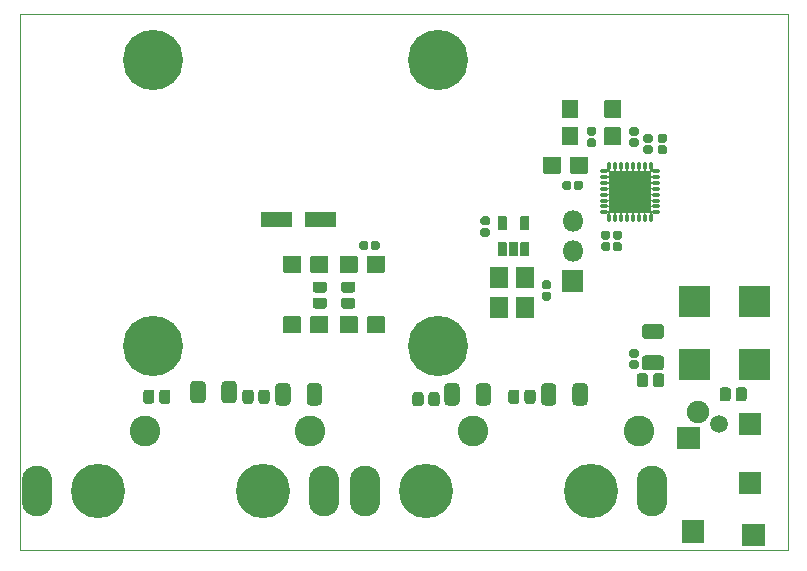
<source format=gts>
G04 #@! TF.GenerationSoftware,KiCad,Pcbnew,(5.1.8)-1*
G04 #@! TF.CreationDate,2021-01-26T22:47:04-05:00*
G04 #@! TF.ProjectId,kimchi_ulid,6b696d63-6869-45f7-956c-69642e6b6963,v0.1*
G04 #@! TF.SameCoordinates,Original*
G04 #@! TF.FileFunction,Soldermask,Top*
G04 #@! TF.FilePolarity,Negative*
%FSLAX46Y46*%
G04 Gerber Fmt 4.6, Leading zero omitted, Abs format (unit mm)*
G04 Created by KiCad (PCBNEW (5.1.8)-1) date 2021-01-26 22:47:04*
%MOMM*%
%LPD*%
G01*
G04 APERTURE LIST*
G04 #@! TA.AperFunction,Profile*
%ADD10C,0.100000*%
G04 #@! TD*
%ADD11O,1.801600X1.801600*%
%ADD12C,1.501600*%
%ADD13C,1.901600*%
%ADD14O,0.701600X0.351600*%
%ADD15O,0.351600X0.701600*%
%ADD16C,2.601600*%
%ADD17O,2.601600X4.301600*%
%ADD18C,4.601600*%
%ADD19C,5.101600*%
%ADD20C,0.100000*%
G04 APERTURE END LIST*
D10*
X172000000Y-80600000D02*
X107000000Y-80600000D01*
X107000000Y-126000000D02*
X172000000Y-126000000D01*
X107000000Y-80600000D02*
X107000000Y-126000000D01*
X172000000Y-126000000D02*
X172000000Y-80600000D01*
X172000000Y-80600000D02*
X107000000Y-80600000D01*
X107000000Y-126000000D02*
X172000000Y-126000000D01*
X107000000Y-80600000D02*
X107000000Y-126000000D01*
X172000000Y-126000000D02*
X172000000Y-80600000D01*
G36*
G01*
X154700800Y-102350000D02*
X154700800Y-104050000D01*
G75*
G02*
X154650000Y-104100800I-50800J0D01*
G01*
X152950000Y-104100800D01*
G75*
G02*
X152899200Y-104050000I0J50800D01*
G01*
X152899200Y-102350000D01*
G75*
G02*
X152950000Y-102299200I50800J0D01*
G01*
X154650000Y-102299200D01*
G75*
G02*
X154700800Y-102350000I0J-50800D01*
G01*
G37*
D11*
X153800000Y-100660000D03*
X153800000Y-98120000D03*
G36*
G01*
X137852396Y-107600798D02*
X136447048Y-107600798D01*
G75*
G02*
X136396248Y-107549998I0J50800D01*
G01*
X136396248Y-106250002D01*
G75*
G02*
X136447048Y-106199202I50800J0D01*
G01*
X137852396Y-106199202D01*
G75*
G02*
X137903196Y-106250002I0J-50800D01*
G01*
X137903196Y-107549998D01*
G75*
G02*
X137852396Y-107600798I-50800J0D01*
G01*
G37*
G36*
G01*
X135552952Y-107600798D02*
X134147604Y-107600798D01*
G75*
G02*
X134096804Y-107549998I0J50800D01*
G01*
X134096804Y-106250002D01*
G75*
G02*
X134147604Y-106199202I50800J0D01*
G01*
X135552952Y-106199202D01*
G75*
G02*
X135603752Y-106250002I0J-50800D01*
G01*
X135603752Y-107549998D01*
G75*
G02*
X135552952Y-107600798I-50800J0D01*
G01*
G37*
G36*
G01*
X129347604Y-101099202D02*
X130752952Y-101099202D01*
G75*
G02*
X130803752Y-101150002I0J-50800D01*
G01*
X130803752Y-102449998D01*
G75*
G02*
X130752952Y-102500798I-50800J0D01*
G01*
X129347604Y-102500798D01*
G75*
G02*
X129296804Y-102449998I0J50800D01*
G01*
X129296804Y-101150002D01*
G75*
G02*
X129347604Y-101099202I50800J0D01*
G01*
G37*
G36*
G01*
X131647048Y-101099202D02*
X133052396Y-101099202D01*
G75*
G02*
X133103196Y-101150002I0J-50800D01*
G01*
X133103196Y-102449998D01*
G75*
G02*
X133052396Y-102500798I-50800J0D01*
G01*
X131647048Y-102500798D01*
G75*
G02*
X131596248Y-102449998I0J50800D01*
G01*
X131596248Y-101150002D01*
G75*
G02*
X131647048Y-101099202I50800J0D01*
G01*
G37*
G36*
G01*
X129347604Y-106199202D02*
X130752952Y-106199202D01*
G75*
G02*
X130803752Y-106250002I0J-50800D01*
G01*
X130803752Y-107549998D01*
G75*
G02*
X130752952Y-107600798I-50800J0D01*
G01*
X129347604Y-107600798D01*
G75*
G02*
X129296804Y-107549998I0J50800D01*
G01*
X129296804Y-106250002D01*
G75*
G02*
X129347604Y-106199202I50800J0D01*
G01*
G37*
G36*
G01*
X131647048Y-106199202D02*
X133052396Y-106199202D01*
G75*
G02*
X133103196Y-106250002I0J-50800D01*
G01*
X133103196Y-107549998D01*
G75*
G02*
X133052396Y-107600798I-50800J0D01*
G01*
X131647048Y-107600798D01*
G75*
G02*
X131596248Y-107549998I0J50800D01*
G01*
X131596248Y-106250002D01*
G75*
G02*
X131647048Y-106199202I50800J0D01*
G01*
G37*
G36*
G01*
X137852396Y-102500798D02*
X136447048Y-102500798D01*
G75*
G02*
X136396248Y-102449998I0J50800D01*
G01*
X136396248Y-101150002D01*
G75*
G02*
X136447048Y-101099202I50800J0D01*
G01*
X137852396Y-101099202D01*
G75*
G02*
X137903196Y-101150002I0J-50800D01*
G01*
X137903196Y-102449998D01*
G75*
G02*
X137852396Y-102500798I-50800J0D01*
G01*
G37*
G36*
G01*
X135552952Y-102500798D02*
X134147604Y-102500798D01*
G75*
G02*
X134096804Y-102449998I0J50800D01*
G01*
X134096804Y-101150002D01*
G75*
G02*
X134147604Y-101099202I50800J0D01*
G01*
X135552952Y-101099202D01*
G75*
G02*
X135603752Y-101150002I0J-50800D01*
G01*
X135603752Y-102449998D01*
G75*
G02*
X135552952Y-102500798I-50800J0D01*
G01*
G37*
G36*
G01*
X167899203Y-111552392D02*
X167899203Y-108991996D01*
G75*
G02*
X167950003Y-108941196I50800J0D01*
G01*
X170449997Y-108941196D01*
G75*
G02*
X170500797Y-108991996I0J-50800D01*
G01*
X170500797Y-111552392D01*
G75*
G02*
X170449997Y-111603192I-50800J0D01*
G01*
X167950003Y-111603192D01*
G75*
G02*
X167899203Y-111552392I0J50800D01*
G01*
G37*
G36*
G01*
X167899203Y-106208004D02*
X167899203Y-103647608D01*
G75*
G02*
X167950003Y-103596808I50800J0D01*
G01*
X170449997Y-103596808D01*
G75*
G02*
X170500797Y-103647608I0J-50800D01*
G01*
X170500797Y-106208004D01*
G75*
G02*
X170449997Y-106258804I-50800J0D01*
G01*
X167950003Y-106258804D01*
G75*
G02*
X167899203Y-106208004I0J50800D01*
G01*
G37*
G36*
G01*
X162839203Y-111552392D02*
X162839203Y-108991996D01*
G75*
G02*
X162890003Y-108941196I50800J0D01*
G01*
X165389997Y-108941196D01*
G75*
G02*
X165440797Y-108991996I0J-50800D01*
G01*
X165440797Y-111552392D01*
G75*
G02*
X165389997Y-111603192I-50800J0D01*
G01*
X162890003Y-111603192D01*
G75*
G02*
X162839203Y-111552392I0J50800D01*
G01*
G37*
G36*
G01*
X162839203Y-106208004D02*
X162839203Y-103647608D01*
G75*
G02*
X162890003Y-103596808I50800J0D01*
G01*
X165389997Y-103596808D01*
G75*
G02*
X165440797Y-103647608I0J-50800D01*
G01*
X165440797Y-106208004D01*
G75*
G02*
X165389997Y-106258804I-50800J0D01*
G01*
X162890003Y-106258804D01*
G75*
G02*
X162839203Y-106208004I0J50800D01*
G01*
G37*
G36*
G01*
X157900798Y-87947604D02*
X157900798Y-89352952D01*
G75*
G02*
X157849998Y-89403752I-50800J0D01*
G01*
X156550002Y-89403752D01*
G75*
G02*
X156499202Y-89352952I0J50800D01*
G01*
X156499202Y-87947604D01*
G75*
G02*
X156550002Y-87896804I50800J0D01*
G01*
X157849998Y-87896804D01*
G75*
G02*
X157900798Y-87947604I0J-50800D01*
G01*
G37*
G36*
G01*
X157900798Y-90247048D02*
X157900798Y-91652396D01*
G75*
G02*
X157849998Y-91703196I-50800J0D01*
G01*
X156550002Y-91703196D01*
G75*
G02*
X156499202Y-91652396I0J50800D01*
G01*
X156499202Y-90247048D01*
G75*
G02*
X156550002Y-90196248I50800J0D01*
G01*
X157849998Y-90196248D01*
G75*
G02*
X157900798Y-90247048I0J-50800D01*
G01*
G37*
G36*
G01*
X154300798Y-87947604D02*
X154300798Y-89352952D01*
G75*
G02*
X154249998Y-89403752I-50800J0D01*
G01*
X152950002Y-89403752D01*
G75*
G02*
X152899202Y-89352952I0J50800D01*
G01*
X152899202Y-87947604D01*
G75*
G02*
X152950002Y-87896804I50800J0D01*
G01*
X154249998Y-87896804D01*
G75*
G02*
X154300798Y-87947604I0J-50800D01*
G01*
G37*
G36*
G01*
X154300798Y-90247048D02*
X154300798Y-91652396D01*
G75*
G02*
X154249998Y-91703196I-50800J0D01*
G01*
X152950002Y-91703196D01*
G75*
G02*
X152899202Y-91652396I0J50800D01*
G01*
X152899202Y-90247048D01*
G75*
G02*
X152950002Y-90196248I50800J0D01*
G01*
X154249998Y-90196248D01*
G75*
G02*
X154300798Y-90247048I0J-50800D01*
G01*
G37*
G36*
G01*
X151347604Y-92699202D02*
X152752952Y-92699202D01*
G75*
G02*
X152803752Y-92750002I0J-50800D01*
G01*
X152803752Y-94049998D01*
G75*
G02*
X152752952Y-94100798I-50800J0D01*
G01*
X151347604Y-94100798D01*
G75*
G02*
X151296804Y-94049998I0J50800D01*
G01*
X151296804Y-92750002D01*
G75*
G02*
X151347604Y-92699202I50800J0D01*
G01*
G37*
G36*
G01*
X153647048Y-92699202D02*
X155052396Y-92699202D01*
G75*
G02*
X155103196Y-92750002I0J-50800D01*
G01*
X155103196Y-94049998D01*
G75*
G02*
X155052396Y-94100798I-50800J0D01*
G01*
X153647048Y-94100798D01*
G75*
G02*
X153596248Y-94049998I0J50800D01*
G01*
X153596248Y-92750002D01*
G75*
G02*
X153647048Y-92699202I50800J0D01*
G01*
G37*
G36*
G01*
X135166000Y-104192000D02*
X134434000Y-104192000D01*
G75*
G02*
X134198000Y-103956000I0J236000D01*
G01*
X134198000Y-103484000D01*
G75*
G02*
X134434000Y-103248000I236000J0D01*
G01*
X135166000Y-103248000D01*
G75*
G02*
X135402000Y-103484000I0J-236000D01*
G01*
X135402000Y-103956000D01*
G75*
G02*
X135166000Y-104192000I-236000J0D01*
G01*
G37*
G36*
G01*
X135166000Y-105552000D02*
X134434000Y-105552000D01*
G75*
G02*
X134198000Y-105316000I0J236000D01*
G01*
X134198000Y-104844000D01*
G75*
G02*
X134434000Y-104608000I236000J0D01*
G01*
X135166000Y-104608000D01*
G75*
G02*
X135402000Y-104844000I0J-236000D01*
G01*
X135402000Y-105316000D01*
G75*
G02*
X135166000Y-105552000I-236000J0D01*
G01*
G37*
G36*
G01*
X132766000Y-104192000D02*
X132034000Y-104192000D01*
G75*
G02*
X131798000Y-103956000I0J236000D01*
G01*
X131798000Y-103484000D01*
G75*
G02*
X132034000Y-103248000I236000J0D01*
G01*
X132766000Y-103248000D01*
G75*
G02*
X133002000Y-103484000I0J-236000D01*
G01*
X133002000Y-103956000D01*
G75*
G02*
X132766000Y-104192000I-236000J0D01*
G01*
G37*
G36*
G01*
X132766000Y-105552000D02*
X132034000Y-105552000D01*
G75*
G02*
X131798000Y-105316000I0J236000D01*
G01*
X131798000Y-104844000D01*
G75*
G02*
X132034000Y-104608000I236000J0D01*
G01*
X132766000Y-104608000D01*
G75*
G02*
X133002000Y-104844000I0J-236000D01*
G01*
X133002000Y-105316000D01*
G75*
G02*
X132766000Y-105552000I-236000J0D01*
G01*
G37*
G36*
G01*
X130053900Y-97390400D02*
X130053900Y-98609600D01*
G75*
G02*
X130003100Y-98660400I-50800J0D01*
G01*
X127488500Y-98660400D01*
G75*
G02*
X127437700Y-98609600I0J50800D01*
G01*
X127437700Y-97390400D01*
G75*
G02*
X127488500Y-97339600I50800J0D01*
G01*
X130003100Y-97339600D01*
G75*
G02*
X130053900Y-97390400I0J-50800D01*
G01*
G37*
G36*
G01*
X133762300Y-97390400D02*
X133762300Y-98609600D01*
G75*
G02*
X133711500Y-98660400I-50800J0D01*
G01*
X131196900Y-98660400D01*
G75*
G02*
X131146100Y-98609600I0J50800D01*
G01*
X131146100Y-97390400D01*
G75*
G02*
X131196900Y-97339600I50800J0D01*
G01*
X133711500Y-97339600D01*
G75*
G02*
X133762300Y-97390400I0J-50800D01*
G01*
G37*
G36*
G01*
X136701500Y-100416250D02*
X136701500Y-99983750D01*
G75*
G02*
X136892250Y-99793000I190750J0D01*
G01*
X137273750Y-99793000D01*
G75*
G02*
X137464500Y-99983750I0J-190750D01*
G01*
X137464500Y-100416250D01*
G75*
G02*
X137273750Y-100607000I-190750J0D01*
G01*
X136892250Y-100607000D01*
G75*
G02*
X136701500Y-100416250I0J190750D01*
G01*
G37*
G36*
G01*
X135735500Y-100416250D02*
X135735500Y-99983750D01*
G75*
G02*
X135926250Y-99793000I190750J0D01*
G01*
X136307750Y-99793000D01*
G75*
G02*
X136498500Y-99983750I0J-190750D01*
G01*
X136498500Y-100416250D01*
G75*
G02*
X136307750Y-100607000I-190750J0D01*
G01*
X135926250Y-100607000D01*
G75*
G02*
X135735500Y-100416250I0J190750D01*
G01*
G37*
G36*
G01*
X153698500Y-94883750D02*
X153698500Y-95316250D01*
G75*
G02*
X153507750Y-95507000I-190750J0D01*
G01*
X153126250Y-95507000D01*
G75*
G02*
X152935500Y-95316250I0J190750D01*
G01*
X152935500Y-94883750D01*
G75*
G02*
X153126250Y-94693000I190750J0D01*
G01*
X153507750Y-94693000D01*
G75*
G02*
X153698500Y-94883750I0J-190750D01*
G01*
G37*
G36*
G01*
X154664500Y-94883750D02*
X154664500Y-95316250D01*
G75*
G02*
X154473750Y-95507000I-190750J0D01*
G01*
X154092250Y-95507000D01*
G75*
G02*
X153901500Y-95316250I0J190750D01*
G01*
X153901500Y-94883750D01*
G75*
G02*
X154092250Y-94693000I190750J0D01*
G01*
X154473750Y-94693000D01*
G75*
G02*
X154664500Y-94883750I0J-190750D01*
G01*
G37*
D12*
X166200000Y-115300000D03*
G36*
G01*
X169700000Y-116250800D02*
X167900000Y-116250800D01*
G75*
G02*
X167849200Y-116200000I0J50800D01*
G01*
X167849200Y-114400000D01*
G75*
G02*
X167900000Y-114349200I50800J0D01*
G01*
X169700000Y-114349200D01*
G75*
G02*
X169750800Y-114400000I0J-50800D01*
G01*
X169750800Y-116200000D01*
G75*
G02*
X169700000Y-116250800I-50800J0D01*
G01*
G37*
D13*
X164400000Y-114300000D03*
G36*
G01*
X164500000Y-117450800D02*
X162700000Y-117450800D01*
G75*
G02*
X162649200Y-117400000I0J50800D01*
G01*
X162649200Y-115600000D01*
G75*
G02*
X162700000Y-115549200I50800J0D01*
G01*
X164500000Y-115549200D01*
G75*
G02*
X164550800Y-115600000I0J-50800D01*
G01*
X164550800Y-117400000D01*
G75*
G02*
X164500000Y-117450800I-50800J0D01*
G01*
G37*
G36*
G01*
X169700000Y-121250800D02*
X167900000Y-121250800D01*
G75*
G02*
X167849200Y-121200000I0J50800D01*
G01*
X167849200Y-119400000D01*
G75*
G02*
X167900000Y-119349200I50800J0D01*
G01*
X169700000Y-119349200D01*
G75*
G02*
X169750800Y-119400000I0J-50800D01*
G01*
X169750800Y-121200000D01*
G75*
G02*
X169700000Y-121250800I-50800J0D01*
G01*
G37*
G36*
G01*
X164900000Y-125350800D02*
X163100000Y-125350800D01*
G75*
G02*
X163049200Y-125300000I0J50800D01*
G01*
X163049200Y-123500000D01*
G75*
G02*
X163100000Y-123449200I50800J0D01*
G01*
X164900000Y-123449200D01*
G75*
G02*
X164950800Y-123500000I0J-50800D01*
G01*
X164950800Y-125300000D01*
G75*
G02*
X164900000Y-125350800I-50800J0D01*
G01*
G37*
G36*
G01*
X170000000Y-125650800D02*
X168200000Y-125650800D01*
G75*
G02*
X168149200Y-125600000I0J50800D01*
G01*
X168149200Y-123800000D01*
G75*
G02*
X168200000Y-123749200I50800J0D01*
G01*
X170000000Y-123749200D01*
G75*
G02*
X170050800Y-123800000I0J-50800D01*
G01*
X170050800Y-125600000D01*
G75*
G02*
X170000000Y-125650800I-50800J0D01*
G01*
G37*
G36*
G01*
X155616250Y-90898500D02*
X155183750Y-90898500D01*
G75*
G02*
X154993000Y-90707750I0J190750D01*
G01*
X154993000Y-90326250D01*
G75*
G02*
X155183750Y-90135500I190750J0D01*
G01*
X155616250Y-90135500D01*
G75*
G02*
X155807000Y-90326250I0J-190750D01*
G01*
X155807000Y-90707750D01*
G75*
G02*
X155616250Y-90898500I-190750J0D01*
G01*
G37*
G36*
G01*
X155616250Y-91864500D02*
X155183750Y-91864500D01*
G75*
G02*
X154993000Y-91673750I0J190750D01*
G01*
X154993000Y-91292250D01*
G75*
G02*
X155183750Y-91101500I190750J0D01*
G01*
X155616250Y-91101500D01*
G75*
G02*
X155807000Y-91292250I0J-190750D01*
G01*
X155807000Y-91673750D01*
G75*
G02*
X155616250Y-91864500I-190750J0D01*
G01*
G37*
G36*
G01*
X159216250Y-90898500D02*
X158783750Y-90898500D01*
G75*
G02*
X158593000Y-90707750I0J190750D01*
G01*
X158593000Y-90326250D01*
G75*
G02*
X158783750Y-90135500I190750J0D01*
G01*
X159216250Y-90135500D01*
G75*
G02*
X159407000Y-90326250I0J-190750D01*
G01*
X159407000Y-90707750D01*
G75*
G02*
X159216250Y-90898500I-190750J0D01*
G01*
G37*
G36*
G01*
X159216250Y-91864500D02*
X158783750Y-91864500D01*
G75*
G02*
X158593000Y-91673750I0J190750D01*
G01*
X158593000Y-91292250D01*
G75*
G02*
X158783750Y-91101500I190750J0D01*
G01*
X159216250Y-91101500D01*
G75*
G02*
X159407000Y-91292250I0J-190750D01*
G01*
X159407000Y-91673750D01*
G75*
G02*
X159216250Y-91864500I-190750J0D01*
G01*
G37*
G36*
G01*
X160385000Y-95690800D02*
X158660000Y-95690800D01*
G75*
G02*
X158609200Y-95640000I0J50800D01*
G01*
X158609200Y-93915000D01*
G75*
G02*
X158660000Y-93864200I50800J0D01*
G01*
X160385000Y-93864200D01*
G75*
G02*
X160435800Y-93915000I0J-50800D01*
G01*
X160435800Y-95640000D01*
G75*
G02*
X160385000Y-95690800I-50800J0D01*
G01*
G37*
G36*
G01*
X158660000Y-95690800D02*
X156935000Y-95690800D01*
G75*
G02*
X156884200Y-95640000I0J50800D01*
G01*
X156884200Y-93915000D01*
G75*
G02*
X156935000Y-93864200I50800J0D01*
G01*
X158660000Y-93864200D01*
G75*
G02*
X158710800Y-93915000I0J-50800D01*
G01*
X158710800Y-95640000D01*
G75*
G02*
X158660000Y-95690800I-50800J0D01*
G01*
G37*
G36*
G01*
X160385000Y-97415800D02*
X158660000Y-97415800D01*
G75*
G02*
X158609200Y-97365000I0J50800D01*
G01*
X158609200Y-95640000D01*
G75*
G02*
X158660000Y-95589200I50800J0D01*
G01*
X160385000Y-95589200D01*
G75*
G02*
X160435800Y-95640000I0J-50800D01*
G01*
X160435800Y-97365000D01*
G75*
G02*
X160385000Y-97415800I-50800J0D01*
G01*
G37*
G36*
G01*
X158660000Y-97415800D02*
X156935000Y-97415800D01*
G75*
G02*
X156884200Y-97365000I0J50800D01*
G01*
X156884200Y-95640000D01*
G75*
G02*
X156935000Y-95589200I50800J0D01*
G01*
X158660000Y-95589200D01*
G75*
G02*
X158710800Y-95640000I0J-50800D01*
G01*
X158710800Y-97365000D01*
G75*
G02*
X158660000Y-97415800I-50800J0D01*
G01*
G37*
D14*
X156460000Y-97390000D03*
X156460000Y-96890000D03*
X156460000Y-96390000D03*
X156460000Y-95890000D03*
X156460000Y-95390000D03*
X156460000Y-94890000D03*
X156460000Y-94390000D03*
X156460000Y-93890000D03*
D15*
X156910000Y-93440000D03*
X157410000Y-93440000D03*
X157910000Y-93440000D03*
X158410000Y-93440000D03*
X158910000Y-93440000D03*
X159410000Y-93440000D03*
X159910000Y-93440000D03*
X160410000Y-93440000D03*
D14*
X160860000Y-93890000D03*
X160860000Y-94390000D03*
X160860000Y-94890000D03*
X160860000Y-95390000D03*
X160860000Y-95890000D03*
X160860000Y-96390000D03*
X160860000Y-96890000D03*
X160860000Y-97390000D03*
D15*
X160410000Y-97840000D03*
X159910000Y-97840000D03*
X159410000Y-97840000D03*
X158910000Y-97840000D03*
X158410000Y-97840000D03*
X157910000Y-97840000D03*
X157410000Y-97840000D03*
X156910000Y-97840000D03*
G36*
G01*
X160192000Y-111234000D02*
X160192000Y-111966000D01*
G75*
G02*
X159956000Y-112202000I-236000J0D01*
G01*
X159484000Y-112202000D01*
G75*
G02*
X159248000Y-111966000I0J236000D01*
G01*
X159248000Y-111234000D01*
G75*
G02*
X159484000Y-110998000I236000J0D01*
G01*
X159956000Y-110998000D01*
G75*
G02*
X160192000Y-111234000I0J-236000D01*
G01*
G37*
G36*
G01*
X161552000Y-111234000D02*
X161552000Y-111966000D01*
G75*
G02*
X161316000Y-112202000I-236000J0D01*
G01*
X160844000Y-112202000D01*
G75*
G02*
X160608000Y-111966000I0J236000D01*
G01*
X160608000Y-111234000D01*
G75*
G02*
X160844000Y-110998000I236000J0D01*
G01*
X161316000Y-110998000D01*
G75*
G02*
X161552000Y-111234000I0J-236000D01*
G01*
G37*
G36*
G01*
X159216250Y-110664500D02*
X158783750Y-110664500D01*
G75*
G02*
X158593000Y-110473750I0J190750D01*
G01*
X158593000Y-110092250D01*
G75*
G02*
X158783750Y-109901500I190750J0D01*
G01*
X159216250Y-109901500D01*
G75*
G02*
X159407000Y-110092250I0J-190750D01*
G01*
X159407000Y-110473750D01*
G75*
G02*
X159216250Y-110664500I-190750J0D01*
G01*
G37*
G36*
G01*
X159216250Y-109698500D02*
X158783750Y-109698500D01*
G75*
G02*
X158593000Y-109507750I0J190750D01*
G01*
X158593000Y-109126250D01*
G75*
G02*
X158783750Y-108935500I190750J0D01*
G01*
X159216250Y-108935500D01*
G75*
G02*
X159407000Y-109126250I0J-190750D01*
G01*
X159407000Y-109507750D01*
G75*
G02*
X159216250Y-109698500I-190750J0D01*
G01*
G37*
G36*
G01*
X167608000Y-113166000D02*
X167608000Y-112434000D01*
G75*
G02*
X167844000Y-112198000I236000J0D01*
G01*
X168316000Y-112198000D01*
G75*
G02*
X168552000Y-112434000I0J-236000D01*
G01*
X168552000Y-113166000D01*
G75*
G02*
X168316000Y-113402000I-236000J0D01*
G01*
X167844000Y-113402000D01*
G75*
G02*
X167608000Y-113166000I0J236000D01*
G01*
G37*
G36*
G01*
X166248000Y-113166000D02*
X166248000Y-112434000D01*
G75*
G02*
X166484000Y-112198000I236000J0D01*
G01*
X166956000Y-112198000D01*
G75*
G02*
X167192000Y-112434000I0J-236000D01*
G01*
X167192000Y-113166000D01*
G75*
G02*
X166956000Y-113402000I-236000J0D01*
G01*
X166484000Y-113402000D01*
G75*
G02*
X166248000Y-113166000I0J236000D01*
G01*
G37*
G36*
G01*
X156383750Y-99901500D02*
X156816250Y-99901500D01*
G75*
G02*
X157007000Y-100092250I0J-190750D01*
G01*
X157007000Y-100473750D01*
G75*
G02*
X156816250Y-100664500I-190750J0D01*
G01*
X156383750Y-100664500D01*
G75*
G02*
X156193000Y-100473750I0J190750D01*
G01*
X156193000Y-100092250D01*
G75*
G02*
X156383750Y-99901500I190750J0D01*
G01*
G37*
G36*
G01*
X156383750Y-98935500D02*
X156816250Y-98935500D01*
G75*
G02*
X157007000Y-99126250I0J-190750D01*
G01*
X157007000Y-99507750D01*
G75*
G02*
X156816250Y-99698500I-190750J0D01*
G01*
X156383750Y-99698500D01*
G75*
G02*
X156193000Y-99507750I0J190750D01*
G01*
X156193000Y-99126250D01*
G75*
G02*
X156383750Y-98935500I190750J0D01*
G01*
G37*
G36*
G01*
X157383750Y-99901500D02*
X157816250Y-99901500D01*
G75*
G02*
X158007000Y-100092250I0J-190750D01*
G01*
X158007000Y-100473750D01*
G75*
G02*
X157816250Y-100664500I-190750J0D01*
G01*
X157383750Y-100664500D01*
G75*
G02*
X157193000Y-100473750I0J190750D01*
G01*
X157193000Y-100092250D01*
G75*
G02*
X157383750Y-99901500I190750J0D01*
G01*
G37*
G36*
G01*
X157383750Y-98935500D02*
X157816250Y-98935500D01*
G75*
G02*
X158007000Y-99126250I0J-190750D01*
G01*
X158007000Y-99507750D01*
G75*
G02*
X157816250Y-99698500I-190750J0D01*
G01*
X157383750Y-99698500D01*
G75*
G02*
X157193000Y-99507750I0J190750D01*
G01*
X157193000Y-99126250D01*
G75*
G02*
X157383750Y-98935500I190750J0D01*
G01*
G37*
G36*
G01*
X161616250Y-91498500D02*
X161183750Y-91498500D01*
G75*
G02*
X160993000Y-91307750I0J190750D01*
G01*
X160993000Y-90926250D01*
G75*
G02*
X161183750Y-90735500I190750J0D01*
G01*
X161616250Y-90735500D01*
G75*
G02*
X161807000Y-90926250I0J-190750D01*
G01*
X161807000Y-91307750D01*
G75*
G02*
X161616250Y-91498500I-190750J0D01*
G01*
G37*
G36*
G01*
X161616250Y-92464500D02*
X161183750Y-92464500D01*
G75*
G02*
X160993000Y-92273750I0J190750D01*
G01*
X160993000Y-91892250D01*
G75*
G02*
X161183750Y-91701500I190750J0D01*
G01*
X161616250Y-91701500D01*
G75*
G02*
X161807000Y-91892250I0J-190750D01*
G01*
X161807000Y-92273750D01*
G75*
G02*
X161616250Y-92464500I-190750J0D01*
G01*
G37*
G36*
G01*
X160416250Y-91498500D02*
X159983750Y-91498500D01*
G75*
G02*
X159793000Y-91307750I0J190750D01*
G01*
X159793000Y-90926250D01*
G75*
G02*
X159983750Y-90735500I190750J0D01*
G01*
X160416250Y-90735500D01*
G75*
G02*
X160607000Y-90926250I0J-190750D01*
G01*
X160607000Y-91307750D01*
G75*
G02*
X160416250Y-91498500I-190750J0D01*
G01*
G37*
G36*
G01*
X160416250Y-92464500D02*
X159983750Y-92464500D01*
G75*
G02*
X159793000Y-92273750I0J190750D01*
G01*
X159793000Y-91892250D01*
G75*
G02*
X159983750Y-91701500I190750J0D01*
G01*
X160416250Y-91701500D01*
G75*
G02*
X160607000Y-91892250I0J-190750D01*
G01*
X160607000Y-92273750D01*
G75*
G02*
X160416250Y-92464500I-190750J0D01*
G01*
G37*
D16*
X131600000Y-115875000D03*
X117600000Y-115875000D03*
D17*
X108450000Y-121000000D03*
X132750000Y-121000000D03*
D18*
X113600000Y-121000000D03*
X127600000Y-121000000D03*
D16*
X159400000Y-115875000D03*
X145400000Y-115875000D03*
D17*
X136250000Y-121000000D03*
X160550000Y-121000000D03*
D18*
X141400000Y-121000000D03*
X155400000Y-121000000D03*
G36*
G01*
X149718000Y-113366000D02*
X149718000Y-112634000D01*
G75*
G02*
X149954000Y-112398000I236000J0D01*
G01*
X150426000Y-112398000D01*
G75*
G02*
X150662000Y-112634000I0J-236000D01*
G01*
X150662000Y-113366000D01*
G75*
G02*
X150426000Y-113602000I-236000J0D01*
G01*
X149954000Y-113602000D01*
G75*
G02*
X149718000Y-113366000I0J236000D01*
G01*
G37*
G36*
G01*
X148358000Y-113366000D02*
X148358000Y-112634000D01*
G75*
G02*
X148594000Y-112398000I236000J0D01*
G01*
X149066000Y-112398000D01*
G75*
G02*
X149302000Y-112634000I0J-236000D01*
G01*
X149302000Y-113366000D01*
G75*
G02*
X149066000Y-113602000I-236000J0D01*
G01*
X148594000Y-113602000D01*
G75*
G02*
X148358000Y-113366000I0J236000D01*
G01*
G37*
G36*
G01*
X141598000Y-113566000D02*
X141598000Y-112834000D01*
G75*
G02*
X141834000Y-112598000I236000J0D01*
G01*
X142306000Y-112598000D01*
G75*
G02*
X142542000Y-112834000I0J-236000D01*
G01*
X142542000Y-113566000D01*
G75*
G02*
X142306000Y-113802000I-236000J0D01*
G01*
X141834000Y-113802000D01*
G75*
G02*
X141598000Y-113566000I0J236000D01*
G01*
G37*
G36*
G01*
X140238000Y-113566000D02*
X140238000Y-112834000D01*
G75*
G02*
X140474000Y-112598000I236000J0D01*
G01*
X140946000Y-112598000D01*
G75*
G02*
X141182000Y-112834000I0J-236000D01*
G01*
X141182000Y-113566000D01*
G75*
G02*
X140946000Y-113802000I-236000J0D01*
G01*
X140474000Y-113802000D01*
G75*
G02*
X140238000Y-113566000I0J236000D01*
G01*
G37*
G36*
G01*
X127208000Y-113366000D02*
X127208000Y-112634000D01*
G75*
G02*
X127444000Y-112398000I236000J0D01*
G01*
X127916000Y-112398000D01*
G75*
G02*
X128152000Y-112634000I0J-236000D01*
G01*
X128152000Y-113366000D01*
G75*
G02*
X127916000Y-113602000I-236000J0D01*
G01*
X127444000Y-113602000D01*
G75*
G02*
X127208000Y-113366000I0J236000D01*
G01*
G37*
G36*
G01*
X125848000Y-113366000D02*
X125848000Y-112634000D01*
G75*
G02*
X126084000Y-112398000I236000J0D01*
G01*
X126556000Y-112398000D01*
G75*
G02*
X126792000Y-112634000I0J-236000D01*
G01*
X126792000Y-113366000D01*
G75*
G02*
X126556000Y-113602000I-236000J0D01*
G01*
X126084000Y-113602000D01*
G75*
G02*
X125848000Y-113366000I0J236000D01*
G01*
G37*
G36*
G01*
X118392000Y-112634000D02*
X118392000Y-113366000D01*
G75*
G02*
X118156000Y-113602000I-236000J0D01*
G01*
X117684000Y-113602000D01*
G75*
G02*
X117448000Y-113366000I0J236000D01*
G01*
X117448000Y-112634000D01*
G75*
G02*
X117684000Y-112398000I236000J0D01*
G01*
X118156000Y-112398000D01*
G75*
G02*
X118392000Y-112634000I0J-236000D01*
G01*
G37*
G36*
G01*
X119752000Y-112634000D02*
X119752000Y-113366000D01*
G75*
G02*
X119516000Y-113602000I-236000J0D01*
G01*
X119044000Y-113602000D01*
G75*
G02*
X118808000Y-113366000I0J236000D01*
G01*
X118808000Y-112634000D01*
G75*
G02*
X119044000Y-112398000I236000J0D01*
G01*
X119516000Y-112398000D01*
G75*
G02*
X119752000Y-112634000I0J-236000D01*
G01*
G37*
G36*
G01*
X129927000Y-112174000D02*
X129927000Y-113426000D01*
G75*
G02*
X129601000Y-113752000I-326000J0D01*
G01*
X128949000Y-113752000D01*
G75*
G02*
X128623000Y-113426000I0J326000D01*
G01*
X128623000Y-112174000D01*
G75*
G02*
X128949000Y-111848000I326000J0D01*
G01*
X129601000Y-111848000D01*
G75*
G02*
X129927000Y-112174000I0J-326000D01*
G01*
G37*
G36*
G01*
X132577000Y-112174000D02*
X132577000Y-113426000D01*
G75*
G02*
X132251000Y-113752000I-326000J0D01*
G01*
X131599000Y-113752000D01*
G75*
G02*
X131273000Y-113426000I0J326000D01*
G01*
X131273000Y-112174000D01*
G75*
G02*
X131599000Y-111848000I326000J0D01*
G01*
X132251000Y-111848000D01*
G75*
G02*
X132577000Y-112174000I0J-326000D01*
G01*
G37*
G36*
G01*
X122727000Y-111974000D02*
X122727000Y-113226000D01*
G75*
G02*
X122401000Y-113552000I-326000J0D01*
G01*
X121749000Y-113552000D01*
G75*
G02*
X121423000Y-113226000I0J326000D01*
G01*
X121423000Y-111974000D01*
G75*
G02*
X121749000Y-111648000I326000J0D01*
G01*
X122401000Y-111648000D01*
G75*
G02*
X122727000Y-111974000I0J-326000D01*
G01*
G37*
G36*
G01*
X125377000Y-111974000D02*
X125377000Y-113226000D01*
G75*
G02*
X125051000Y-113552000I-326000J0D01*
G01*
X124399000Y-113552000D01*
G75*
G02*
X124073000Y-113226000I0J326000D01*
G01*
X124073000Y-111974000D01*
G75*
G02*
X124399000Y-111648000I326000J0D01*
G01*
X125051000Y-111648000D01*
G75*
G02*
X125377000Y-111974000I0J-326000D01*
G01*
G37*
G36*
G01*
X148175000Y-101080800D02*
X147525000Y-101080800D01*
G75*
G02*
X147474200Y-101030000I0J50800D01*
G01*
X147474200Y-99970000D01*
G75*
G02*
X147525000Y-99919200I50800J0D01*
G01*
X148175000Y-99919200D01*
G75*
G02*
X148225800Y-99970000I0J-50800D01*
G01*
X148225800Y-101030000D01*
G75*
G02*
X148175000Y-101080800I-50800J0D01*
G01*
G37*
G36*
G01*
X149125000Y-101080800D02*
X148475000Y-101080800D01*
G75*
G02*
X148424200Y-101030000I0J50800D01*
G01*
X148424200Y-99970000D01*
G75*
G02*
X148475000Y-99919200I50800J0D01*
G01*
X149125000Y-99919200D01*
G75*
G02*
X149175800Y-99970000I0J-50800D01*
G01*
X149175800Y-101030000D01*
G75*
G02*
X149125000Y-101080800I-50800J0D01*
G01*
G37*
G36*
G01*
X150075000Y-101080800D02*
X149425000Y-101080800D01*
G75*
G02*
X149374200Y-101030000I0J50800D01*
G01*
X149374200Y-99970000D01*
G75*
G02*
X149425000Y-99919200I50800J0D01*
G01*
X150075000Y-99919200D01*
G75*
G02*
X150125800Y-99970000I0J-50800D01*
G01*
X150125800Y-101030000D01*
G75*
G02*
X150075000Y-101080800I-50800J0D01*
G01*
G37*
G36*
G01*
X150075000Y-98880800D02*
X149425000Y-98880800D01*
G75*
G02*
X149374200Y-98830000I0J50800D01*
G01*
X149374200Y-97770000D01*
G75*
G02*
X149425000Y-97719200I50800J0D01*
G01*
X150075000Y-97719200D01*
G75*
G02*
X150125800Y-97770000I0J-50800D01*
G01*
X150125800Y-98830000D01*
G75*
G02*
X150075000Y-98880800I-50800J0D01*
G01*
G37*
G36*
G01*
X148175000Y-98880800D02*
X147525000Y-98880800D01*
G75*
G02*
X147474200Y-98830000I0J50800D01*
G01*
X147474200Y-97770000D01*
G75*
G02*
X147525000Y-97719200I50800J0D01*
G01*
X148175000Y-97719200D01*
G75*
G02*
X148225800Y-97770000I0J-50800D01*
G01*
X148225800Y-98830000D01*
G75*
G02*
X148175000Y-98880800I-50800J0D01*
G01*
G37*
G36*
G01*
X146183750Y-98701500D02*
X146616250Y-98701500D01*
G75*
G02*
X146807000Y-98892250I0J-190750D01*
G01*
X146807000Y-99273750D01*
G75*
G02*
X146616250Y-99464500I-190750J0D01*
G01*
X146183750Y-99464500D01*
G75*
G02*
X145993000Y-99273750I0J190750D01*
G01*
X145993000Y-98892250D01*
G75*
G02*
X146183750Y-98701500I190750J0D01*
G01*
G37*
G36*
G01*
X146183750Y-97735500D02*
X146616250Y-97735500D01*
G75*
G02*
X146807000Y-97926250I0J-190750D01*
G01*
X146807000Y-98307750D01*
G75*
G02*
X146616250Y-98498500I-190750J0D01*
G01*
X146183750Y-98498500D01*
G75*
G02*
X145993000Y-98307750I0J190750D01*
G01*
X145993000Y-97926250D01*
G75*
G02*
X146183750Y-97735500I190750J0D01*
G01*
G37*
G36*
G01*
X148320000Y-106350800D02*
X146820000Y-106350800D01*
G75*
G02*
X146769200Y-106300000I0J50800D01*
G01*
X146769200Y-104600000D01*
G75*
G02*
X146820000Y-104549200I50800J0D01*
G01*
X148320000Y-104549200D01*
G75*
G02*
X148370800Y-104600000I0J-50800D01*
G01*
X148370800Y-106300000D01*
G75*
G02*
X148320000Y-106350800I-50800J0D01*
G01*
G37*
G36*
G01*
X148320000Y-103810800D02*
X146820000Y-103810800D01*
G75*
G02*
X146769200Y-103760000I0J50800D01*
G01*
X146769200Y-102060000D01*
G75*
G02*
X146820000Y-102009200I50800J0D01*
G01*
X148320000Y-102009200D01*
G75*
G02*
X148370800Y-102060000I0J-50800D01*
G01*
X148370800Y-103760000D01*
G75*
G02*
X148320000Y-103810800I-50800J0D01*
G01*
G37*
G36*
G01*
X150520000Y-103810800D02*
X149020000Y-103810800D01*
G75*
G02*
X148969200Y-103760000I0J50800D01*
G01*
X148969200Y-102060000D01*
G75*
G02*
X149020000Y-102009200I50800J0D01*
G01*
X150520000Y-102009200D01*
G75*
G02*
X150570800Y-102060000I0J-50800D01*
G01*
X150570800Y-103760000D01*
G75*
G02*
X150520000Y-103810800I-50800J0D01*
G01*
G37*
G36*
G01*
X150520000Y-106350800D02*
X149020000Y-106350800D01*
G75*
G02*
X148969200Y-106300000I0J50800D01*
G01*
X148969200Y-104600000D01*
G75*
G02*
X149020000Y-104549200I50800J0D01*
G01*
X150520000Y-104549200D01*
G75*
G02*
X150570800Y-104600000I0J-50800D01*
G01*
X150570800Y-106300000D01*
G75*
G02*
X150520000Y-106350800I-50800J0D01*
G01*
G37*
G36*
G01*
X153783000Y-113426000D02*
X153783000Y-112174000D01*
G75*
G02*
X154109000Y-111848000I326000J0D01*
G01*
X154761000Y-111848000D01*
G75*
G02*
X155087000Y-112174000I0J-326000D01*
G01*
X155087000Y-113426000D01*
G75*
G02*
X154761000Y-113752000I-326000J0D01*
G01*
X154109000Y-113752000D01*
G75*
G02*
X153783000Y-113426000I0J326000D01*
G01*
G37*
G36*
G01*
X151133000Y-113426000D02*
X151133000Y-112174000D01*
G75*
G02*
X151459000Y-111848000I326000J0D01*
G01*
X152111000Y-111848000D01*
G75*
G02*
X152437000Y-112174000I0J-326000D01*
G01*
X152437000Y-113426000D01*
G75*
G02*
X152111000Y-113752000I-326000J0D01*
G01*
X151459000Y-113752000D01*
G75*
G02*
X151133000Y-113426000I0J326000D01*
G01*
G37*
G36*
G01*
X145583000Y-113426000D02*
X145583000Y-112174000D01*
G75*
G02*
X145909000Y-111848000I326000J0D01*
G01*
X146561000Y-111848000D01*
G75*
G02*
X146887000Y-112174000I0J-326000D01*
G01*
X146887000Y-113426000D01*
G75*
G02*
X146561000Y-113752000I-326000J0D01*
G01*
X145909000Y-113752000D01*
G75*
G02*
X145583000Y-113426000I0J326000D01*
G01*
G37*
G36*
G01*
X142933000Y-113426000D02*
X142933000Y-112174000D01*
G75*
G02*
X143259000Y-111848000I326000J0D01*
G01*
X143911000Y-111848000D01*
G75*
G02*
X144237000Y-112174000I0J-326000D01*
G01*
X144237000Y-113426000D01*
G75*
G02*
X143911000Y-113752000I-326000J0D01*
G01*
X143259000Y-113752000D01*
G75*
G02*
X142933000Y-113426000I0J326000D01*
G01*
G37*
G36*
G01*
X159974000Y-109473000D02*
X161226000Y-109473000D01*
G75*
G02*
X161552000Y-109799000I0J-326000D01*
G01*
X161552000Y-110451000D01*
G75*
G02*
X161226000Y-110777000I-326000J0D01*
G01*
X159974000Y-110777000D01*
G75*
G02*
X159648000Y-110451000I0J326000D01*
G01*
X159648000Y-109799000D01*
G75*
G02*
X159974000Y-109473000I326000J0D01*
G01*
G37*
G36*
G01*
X159974000Y-106823000D02*
X161226000Y-106823000D01*
G75*
G02*
X161552000Y-107149000I0J-326000D01*
G01*
X161552000Y-107801000D01*
G75*
G02*
X161226000Y-108127000I-326000J0D01*
G01*
X159974000Y-108127000D01*
G75*
G02*
X159648000Y-107801000I0J326000D01*
G01*
X159648000Y-107149000D01*
G75*
G02*
X159974000Y-106823000I326000J0D01*
G01*
G37*
G36*
G01*
X151816250Y-103898500D02*
X151383750Y-103898500D01*
G75*
G02*
X151193000Y-103707750I0J190750D01*
G01*
X151193000Y-103326250D01*
G75*
G02*
X151383750Y-103135500I190750J0D01*
G01*
X151816250Y-103135500D01*
G75*
G02*
X152007000Y-103326250I0J-190750D01*
G01*
X152007000Y-103707750D01*
G75*
G02*
X151816250Y-103898500I-190750J0D01*
G01*
G37*
G36*
G01*
X151816250Y-104864500D02*
X151383750Y-104864500D01*
G75*
G02*
X151193000Y-104673750I0J190750D01*
G01*
X151193000Y-104292250D01*
G75*
G02*
X151383750Y-104101500I190750J0D01*
G01*
X151816250Y-104101500D01*
G75*
G02*
X152007000Y-104292250I0J-190750D01*
G01*
X152007000Y-104673750D01*
G75*
G02*
X151816250Y-104864500I-190750J0D01*
G01*
G37*
D19*
X142400000Y-108700000D03*
X142400000Y-84500000D03*
X118250000Y-108700000D03*
X118250000Y-84500000D03*
D20*
G36*
X156885284Y-97281119D02*
G01*
X156886200Y-97282800D01*
X156886200Y-97413800D01*
X157017200Y-97413800D01*
X157018932Y-97414800D01*
X157018932Y-97416800D01*
X157017396Y-97417790D01*
X157007685Y-97418746D01*
X156998529Y-97421524D01*
X156990094Y-97426032D01*
X156982701Y-97432100D01*
X156976633Y-97439493D01*
X156972125Y-97447928D01*
X156969347Y-97457084D01*
X156968410Y-97466599D01*
X156969347Y-97476114D01*
X156972125Y-97485270D01*
X156976633Y-97493705D01*
X156982701Y-97501098D01*
X156990247Y-97507291D01*
X156990951Y-97509163D01*
X156989682Y-97510709D01*
X156988035Y-97510601D01*
X156976507Y-97504439D01*
X156943902Y-97494548D01*
X156910000Y-97491209D01*
X156876099Y-97494548D01*
X156843494Y-97504439D01*
X156813448Y-97520499D01*
X156787113Y-97542112D01*
X156765500Y-97568447D01*
X156749440Y-97598493D01*
X156742491Y-97621401D01*
X156741031Y-97622768D01*
X156739117Y-97622187D01*
X156738615Y-97620430D01*
X156740032Y-97613303D01*
X156740032Y-97603743D01*
X156738166Y-97594359D01*
X156734506Y-97585523D01*
X156729192Y-97577570D01*
X156722430Y-97570809D01*
X156714477Y-97565495D01*
X156705642Y-97561835D01*
X156696258Y-97559969D01*
X156686698Y-97559969D01*
X156679567Y-97561387D01*
X156677673Y-97560744D01*
X156677283Y-97558782D01*
X156678596Y-97557511D01*
X156701507Y-97550561D01*
X156731553Y-97534501D01*
X156757888Y-97512888D01*
X156779501Y-97486553D01*
X156795561Y-97456507D01*
X156805452Y-97423902D01*
X156808791Y-97390000D01*
X156805452Y-97356098D01*
X156795561Y-97323493D01*
X156788222Y-97309763D01*
X156788288Y-97307764D01*
X156790051Y-97306821D01*
X156791649Y-97307709D01*
X156795687Y-97313752D01*
X156802448Y-97320514D01*
X156810401Y-97325828D01*
X156819237Y-97329488D01*
X156828621Y-97331354D01*
X156838181Y-97331354D01*
X156847565Y-97329488D01*
X156856400Y-97325828D01*
X156864353Y-97320514D01*
X156871115Y-97313753D01*
X156876429Y-97305800D01*
X156880089Y-97296964D01*
X156881964Y-97287534D01*
X156882202Y-97282702D01*
X156883286Y-97281021D01*
X156885284Y-97281119D01*
G37*
G36*
X160437790Y-97282604D02*
G01*
X160438746Y-97292315D01*
X160441524Y-97301471D01*
X160446032Y-97309906D01*
X160452100Y-97317299D01*
X160459493Y-97323367D01*
X160467928Y-97327875D01*
X160477084Y-97330653D01*
X160486599Y-97331590D01*
X160496114Y-97330653D01*
X160505270Y-97327875D01*
X160513705Y-97323367D01*
X160521098Y-97317299D01*
X160527291Y-97309753D01*
X160529163Y-97309049D01*
X160530709Y-97310318D01*
X160530601Y-97311965D01*
X160524439Y-97323493D01*
X160514548Y-97356098D01*
X160511209Y-97390000D01*
X160514548Y-97423902D01*
X160524439Y-97456507D01*
X160540499Y-97486553D01*
X160562112Y-97512888D01*
X160588447Y-97534501D01*
X160618493Y-97550561D01*
X160641401Y-97557510D01*
X160642768Y-97558970D01*
X160642187Y-97560884D01*
X160640430Y-97561386D01*
X160633303Y-97559969D01*
X160623743Y-97559969D01*
X160614359Y-97561835D01*
X160605523Y-97565495D01*
X160597570Y-97570809D01*
X160590809Y-97577571D01*
X160585495Y-97585524D01*
X160581835Y-97594359D01*
X160579969Y-97603743D01*
X160579969Y-97613303D01*
X160581386Y-97620430D01*
X160580743Y-97622324D01*
X160578781Y-97622714D01*
X160577510Y-97621401D01*
X160570561Y-97598493D01*
X160554501Y-97568447D01*
X160532888Y-97542112D01*
X160506553Y-97520499D01*
X160476507Y-97504439D01*
X160443902Y-97494548D01*
X160410000Y-97491209D01*
X160376099Y-97494548D01*
X160343494Y-97504439D01*
X160329764Y-97511778D01*
X160327765Y-97511712D01*
X160326822Y-97509949D01*
X160327710Y-97508351D01*
X160333753Y-97504313D01*
X160340515Y-97497552D01*
X160345829Y-97489599D01*
X160349489Y-97480763D01*
X160351355Y-97471379D01*
X160351355Y-97461819D01*
X160349489Y-97452435D01*
X160345829Y-97443600D01*
X160340515Y-97435647D01*
X160333754Y-97428885D01*
X160325801Y-97423571D01*
X160316965Y-97419911D01*
X160307535Y-97418036D01*
X160302703Y-97417798D01*
X160301022Y-97416714D01*
X160301120Y-97414716D01*
X160302801Y-97413800D01*
X160433800Y-97413800D01*
X160433800Y-97282800D01*
X160434800Y-97281068D01*
X160436800Y-97281068D01*
X160437790Y-97282604D01*
G37*
G36*
X160018932Y-97414800D02*
G01*
X160018932Y-97416800D01*
X160017396Y-97417790D01*
X160007685Y-97418746D01*
X159998529Y-97421524D01*
X159990094Y-97426032D01*
X159982701Y-97432100D01*
X159976633Y-97439493D01*
X159972125Y-97447928D01*
X159969347Y-97457084D01*
X159968410Y-97466599D01*
X159969347Y-97476114D01*
X159972125Y-97485270D01*
X159976633Y-97493705D01*
X159982701Y-97501098D01*
X159990247Y-97507291D01*
X159990951Y-97509163D01*
X159989682Y-97510709D01*
X159988035Y-97510601D01*
X159976507Y-97504439D01*
X159943902Y-97494548D01*
X159910000Y-97491209D01*
X159876099Y-97494548D01*
X159843494Y-97504439D01*
X159829764Y-97511778D01*
X159827765Y-97511712D01*
X159826822Y-97509949D01*
X159827710Y-97508351D01*
X159833753Y-97504313D01*
X159840515Y-97497552D01*
X159845829Y-97489599D01*
X159849489Y-97480763D01*
X159851355Y-97471379D01*
X159851355Y-97461819D01*
X159849489Y-97452435D01*
X159845829Y-97443600D01*
X159840515Y-97435647D01*
X159833754Y-97428885D01*
X159825801Y-97423571D01*
X159816965Y-97419911D01*
X159807535Y-97418036D01*
X159802703Y-97417798D01*
X159801022Y-97416714D01*
X159801120Y-97414716D01*
X159802801Y-97413800D01*
X160017200Y-97413800D01*
X160018932Y-97414800D01*
G37*
G36*
X158018932Y-97414800D02*
G01*
X158018932Y-97416800D01*
X158017396Y-97417790D01*
X158007685Y-97418746D01*
X157998529Y-97421524D01*
X157990094Y-97426032D01*
X157982701Y-97432100D01*
X157976633Y-97439493D01*
X157972125Y-97447928D01*
X157969347Y-97457084D01*
X157968410Y-97466599D01*
X157969347Y-97476114D01*
X157972125Y-97485270D01*
X157976633Y-97493705D01*
X157982701Y-97501098D01*
X157990247Y-97507291D01*
X157990951Y-97509163D01*
X157989682Y-97510709D01*
X157988035Y-97510601D01*
X157976507Y-97504439D01*
X157943902Y-97494548D01*
X157910000Y-97491209D01*
X157876099Y-97494548D01*
X157843494Y-97504439D01*
X157829764Y-97511778D01*
X157827765Y-97511712D01*
X157826822Y-97509949D01*
X157827710Y-97508351D01*
X157833753Y-97504313D01*
X157840515Y-97497552D01*
X157845829Y-97489599D01*
X157849489Y-97480763D01*
X157851355Y-97471379D01*
X157851355Y-97461819D01*
X157849489Y-97452435D01*
X157845829Y-97443600D01*
X157840515Y-97435647D01*
X157833754Y-97428885D01*
X157825801Y-97423571D01*
X157816965Y-97419911D01*
X157807535Y-97418036D01*
X157802703Y-97417798D01*
X157801022Y-97416714D01*
X157801120Y-97414716D01*
X157802801Y-97413800D01*
X158017200Y-97413800D01*
X158018932Y-97414800D01*
G37*
G36*
X158518932Y-97414800D02*
G01*
X158518932Y-97416800D01*
X158517396Y-97417790D01*
X158507685Y-97418746D01*
X158498529Y-97421524D01*
X158490094Y-97426032D01*
X158482701Y-97432100D01*
X158476633Y-97439493D01*
X158472125Y-97447928D01*
X158469347Y-97457084D01*
X158468410Y-97466599D01*
X158469347Y-97476114D01*
X158472125Y-97485270D01*
X158476633Y-97493705D01*
X158482701Y-97501098D01*
X158490247Y-97507291D01*
X158490951Y-97509163D01*
X158489682Y-97510709D01*
X158488035Y-97510601D01*
X158476507Y-97504439D01*
X158443902Y-97494548D01*
X158410000Y-97491209D01*
X158376099Y-97494548D01*
X158343494Y-97504439D01*
X158329764Y-97511778D01*
X158327765Y-97511712D01*
X158326822Y-97509949D01*
X158327710Y-97508351D01*
X158333753Y-97504313D01*
X158340515Y-97497552D01*
X158345829Y-97489599D01*
X158349489Y-97480763D01*
X158351355Y-97471379D01*
X158351355Y-97461819D01*
X158349489Y-97452435D01*
X158345829Y-97443600D01*
X158340515Y-97435647D01*
X158333754Y-97428885D01*
X158325801Y-97423571D01*
X158316965Y-97419911D01*
X158307535Y-97418036D01*
X158302703Y-97417798D01*
X158301022Y-97416714D01*
X158301120Y-97414716D01*
X158302801Y-97413800D01*
X158517200Y-97413800D01*
X158518932Y-97414800D01*
G37*
G36*
X159018932Y-97414800D02*
G01*
X159018932Y-97416800D01*
X159017396Y-97417790D01*
X159007685Y-97418746D01*
X158998529Y-97421524D01*
X158990094Y-97426032D01*
X158982701Y-97432100D01*
X158976633Y-97439493D01*
X158972125Y-97447928D01*
X158969347Y-97457084D01*
X158968410Y-97466599D01*
X158969347Y-97476114D01*
X158972125Y-97485270D01*
X158976633Y-97493705D01*
X158982701Y-97501098D01*
X158990247Y-97507291D01*
X158990951Y-97509163D01*
X158989682Y-97510709D01*
X158988035Y-97510601D01*
X158976507Y-97504439D01*
X158943902Y-97494548D01*
X158910000Y-97491209D01*
X158876099Y-97494548D01*
X158843494Y-97504439D01*
X158829764Y-97511778D01*
X158827765Y-97511712D01*
X158826822Y-97509949D01*
X158827710Y-97508351D01*
X158833753Y-97504313D01*
X158840515Y-97497552D01*
X158845829Y-97489599D01*
X158849489Y-97480763D01*
X158851355Y-97471379D01*
X158851355Y-97461819D01*
X158849489Y-97452435D01*
X158845829Y-97443600D01*
X158840515Y-97435647D01*
X158833754Y-97428885D01*
X158825801Y-97423571D01*
X158816965Y-97419911D01*
X158807535Y-97418036D01*
X158802703Y-97417798D01*
X158801022Y-97416714D01*
X158801120Y-97414716D01*
X158802801Y-97413800D01*
X159017200Y-97413800D01*
X159018932Y-97414800D01*
G37*
G36*
X159518932Y-97414800D02*
G01*
X159518932Y-97416800D01*
X159517396Y-97417790D01*
X159507685Y-97418746D01*
X159498529Y-97421524D01*
X159490094Y-97426032D01*
X159482701Y-97432100D01*
X159476633Y-97439493D01*
X159472125Y-97447928D01*
X159469347Y-97457084D01*
X159468410Y-97466599D01*
X159469347Y-97476114D01*
X159472125Y-97485270D01*
X159476633Y-97493705D01*
X159482701Y-97501098D01*
X159490247Y-97507291D01*
X159490951Y-97509163D01*
X159489682Y-97510709D01*
X159488035Y-97510601D01*
X159476507Y-97504439D01*
X159443902Y-97494548D01*
X159410000Y-97491209D01*
X159376099Y-97494548D01*
X159343494Y-97504439D01*
X159329764Y-97511778D01*
X159327765Y-97511712D01*
X159326822Y-97509949D01*
X159327710Y-97508351D01*
X159333753Y-97504313D01*
X159340515Y-97497552D01*
X159345829Y-97489599D01*
X159349489Y-97480763D01*
X159351355Y-97471379D01*
X159351355Y-97461819D01*
X159349489Y-97452435D01*
X159345829Y-97443600D01*
X159340515Y-97435647D01*
X159333754Y-97428885D01*
X159325801Y-97423571D01*
X159316965Y-97419911D01*
X159307535Y-97418036D01*
X159302703Y-97417798D01*
X159301022Y-97416714D01*
X159301120Y-97414716D01*
X159302801Y-97413800D01*
X159517200Y-97413800D01*
X159518932Y-97414800D01*
G37*
G36*
X157518932Y-97414800D02*
G01*
X157518932Y-97416800D01*
X157517396Y-97417790D01*
X157507685Y-97418746D01*
X157498529Y-97421524D01*
X157490094Y-97426032D01*
X157482701Y-97432100D01*
X157476633Y-97439493D01*
X157472125Y-97447928D01*
X157469347Y-97457084D01*
X157468410Y-97466599D01*
X157469347Y-97476114D01*
X157472125Y-97485270D01*
X157476633Y-97493705D01*
X157482701Y-97501098D01*
X157490247Y-97507291D01*
X157490951Y-97509163D01*
X157489682Y-97510709D01*
X157488035Y-97510601D01*
X157476507Y-97504439D01*
X157443902Y-97494548D01*
X157410000Y-97491209D01*
X157376099Y-97494548D01*
X157343494Y-97504439D01*
X157329764Y-97511778D01*
X157327765Y-97511712D01*
X157326822Y-97509949D01*
X157327710Y-97508351D01*
X157333753Y-97504313D01*
X157340515Y-97497552D01*
X157345829Y-97489599D01*
X157349489Y-97480763D01*
X157351355Y-97471379D01*
X157351355Y-97461819D01*
X157349489Y-97452435D01*
X157345829Y-97443600D01*
X157340515Y-97435647D01*
X157333754Y-97428885D01*
X157325801Y-97423571D01*
X157316965Y-97419911D01*
X157307535Y-97418036D01*
X157302703Y-97417798D01*
X157301022Y-97416714D01*
X157301120Y-97414716D01*
X157302801Y-97413800D01*
X157517200Y-97413800D01*
X157518932Y-97414800D01*
G37*
G36*
X160437790Y-96782604D02*
G01*
X160438746Y-96792315D01*
X160441524Y-96801471D01*
X160446032Y-96809906D01*
X160452100Y-96817299D01*
X160459493Y-96823367D01*
X160467928Y-96827875D01*
X160477084Y-96830653D01*
X160486599Y-96831590D01*
X160496114Y-96830653D01*
X160505270Y-96827875D01*
X160513705Y-96823367D01*
X160521098Y-96817299D01*
X160527291Y-96809753D01*
X160529163Y-96809049D01*
X160530709Y-96810318D01*
X160530601Y-96811965D01*
X160524439Y-96823493D01*
X160514548Y-96856098D01*
X160511209Y-96890000D01*
X160514548Y-96923902D01*
X160524439Y-96956507D01*
X160531778Y-96970237D01*
X160531712Y-96972236D01*
X160529949Y-96973179D01*
X160528351Y-96972291D01*
X160524313Y-96966248D01*
X160517552Y-96959486D01*
X160509599Y-96954172D01*
X160500763Y-96950512D01*
X160491379Y-96948646D01*
X160481819Y-96948646D01*
X160472435Y-96950512D01*
X160463600Y-96954172D01*
X160455647Y-96959486D01*
X160448885Y-96966247D01*
X160443571Y-96974200D01*
X160439911Y-96983036D01*
X160438036Y-96992466D01*
X160437798Y-96997298D01*
X160436714Y-96998979D01*
X160434716Y-96998881D01*
X160433800Y-96997200D01*
X160433800Y-96782800D01*
X160434800Y-96781068D01*
X160436800Y-96781068D01*
X160437790Y-96782604D01*
G37*
G36*
X156885284Y-96781119D02*
G01*
X156886200Y-96782800D01*
X156886200Y-96997200D01*
X156885200Y-96998932D01*
X156883200Y-96998932D01*
X156882210Y-96997396D01*
X156881254Y-96987685D01*
X156878476Y-96978529D01*
X156873968Y-96970094D01*
X156867900Y-96962701D01*
X156860507Y-96956633D01*
X156852072Y-96952125D01*
X156842916Y-96949347D01*
X156833401Y-96948410D01*
X156823886Y-96949347D01*
X156814730Y-96952125D01*
X156806295Y-96956633D01*
X156798902Y-96962701D01*
X156792709Y-96970247D01*
X156790837Y-96970951D01*
X156789291Y-96969682D01*
X156789399Y-96968035D01*
X156795561Y-96956507D01*
X156805452Y-96923902D01*
X156808791Y-96890000D01*
X156805452Y-96856098D01*
X156795561Y-96823493D01*
X156788222Y-96809763D01*
X156788288Y-96807764D01*
X156790051Y-96806821D01*
X156791649Y-96807709D01*
X156795687Y-96813752D01*
X156802448Y-96820514D01*
X156810401Y-96825828D01*
X156819237Y-96829488D01*
X156828621Y-96831354D01*
X156838181Y-96831354D01*
X156847565Y-96829488D01*
X156856400Y-96825828D01*
X156864353Y-96820514D01*
X156871115Y-96813753D01*
X156876429Y-96805800D01*
X156880089Y-96796964D01*
X156881964Y-96787534D01*
X156882202Y-96782702D01*
X156883286Y-96781021D01*
X156885284Y-96781119D01*
G37*
G36*
X160437790Y-96282604D02*
G01*
X160438746Y-96292315D01*
X160441524Y-96301471D01*
X160446032Y-96309906D01*
X160452100Y-96317299D01*
X160459493Y-96323367D01*
X160467928Y-96327875D01*
X160477084Y-96330653D01*
X160486599Y-96331590D01*
X160496114Y-96330653D01*
X160505270Y-96327875D01*
X160513705Y-96323367D01*
X160521098Y-96317299D01*
X160527291Y-96309753D01*
X160529163Y-96309049D01*
X160530709Y-96310318D01*
X160530601Y-96311965D01*
X160524439Y-96323493D01*
X160514548Y-96356098D01*
X160511209Y-96390000D01*
X160514548Y-96423902D01*
X160524439Y-96456507D01*
X160531778Y-96470237D01*
X160531712Y-96472236D01*
X160529949Y-96473179D01*
X160528351Y-96472291D01*
X160524313Y-96466248D01*
X160517552Y-96459486D01*
X160509599Y-96454172D01*
X160500763Y-96450512D01*
X160491379Y-96448646D01*
X160481819Y-96448646D01*
X160472435Y-96450512D01*
X160463600Y-96454172D01*
X160455647Y-96459486D01*
X160448885Y-96466247D01*
X160443571Y-96474200D01*
X160439911Y-96483036D01*
X160438036Y-96492466D01*
X160437798Y-96497298D01*
X160436714Y-96498979D01*
X160434716Y-96498881D01*
X160433800Y-96497200D01*
X160433800Y-96282800D01*
X160434800Y-96281068D01*
X160436800Y-96281068D01*
X160437790Y-96282604D01*
G37*
G36*
X156885284Y-96281119D02*
G01*
X156886200Y-96282800D01*
X156886200Y-96497200D01*
X156885200Y-96498932D01*
X156883200Y-96498932D01*
X156882210Y-96497396D01*
X156881254Y-96487685D01*
X156878476Y-96478529D01*
X156873968Y-96470094D01*
X156867900Y-96462701D01*
X156860507Y-96456633D01*
X156852072Y-96452125D01*
X156842916Y-96449347D01*
X156833401Y-96448410D01*
X156823886Y-96449347D01*
X156814730Y-96452125D01*
X156806295Y-96456633D01*
X156798902Y-96462701D01*
X156792709Y-96470247D01*
X156790837Y-96470951D01*
X156789291Y-96469682D01*
X156789399Y-96468035D01*
X156795561Y-96456507D01*
X156805452Y-96423902D01*
X156808791Y-96390000D01*
X156805452Y-96356098D01*
X156795561Y-96323493D01*
X156788222Y-96309763D01*
X156788288Y-96307764D01*
X156790051Y-96306821D01*
X156791649Y-96307709D01*
X156795687Y-96313752D01*
X156802448Y-96320514D01*
X156810401Y-96325828D01*
X156819237Y-96329488D01*
X156828621Y-96331354D01*
X156838181Y-96331354D01*
X156847565Y-96329488D01*
X156856400Y-96325828D01*
X156864353Y-96320514D01*
X156871115Y-96313753D01*
X156876429Y-96305800D01*
X156880089Y-96296964D01*
X156881964Y-96287534D01*
X156882202Y-96282702D01*
X156883286Y-96281021D01*
X156885284Y-96281119D01*
G37*
G36*
X160437790Y-95782604D02*
G01*
X160438746Y-95792315D01*
X160441524Y-95801471D01*
X160446032Y-95809906D01*
X160452100Y-95817299D01*
X160459493Y-95823367D01*
X160467928Y-95827875D01*
X160477084Y-95830653D01*
X160486599Y-95831590D01*
X160496114Y-95830653D01*
X160505270Y-95827875D01*
X160513705Y-95823367D01*
X160521098Y-95817299D01*
X160527291Y-95809753D01*
X160529163Y-95809049D01*
X160530709Y-95810318D01*
X160530601Y-95811965D01*
X160524439Y-95823493D01*
X160514548Y-95856098D01*
X160511209Y-95890000D01*
X160514548Y-95923902D01*
X160524439Y-95956507D01*
X160531778Y-95970237D01*
X160531712Y-95972236D01*
X160529949Y-95973179D01*
X160528351Y-95972291D01*
X160524313Y-95966248D01*
X160517552Y-95959486D01*
X160509599Y-95954172D01*
X160500763Y-95950512D01*
X160491379Y-95948646D01*
X160481819Y-95948646D01*
X160472435Y-95950512D01*
X160463600Y-95954172D01*
X160455647Y-95959486D01*
X160448885Y-95966247D01*
X160443571Y-95974200D01*
X160439911Y-95983036D01*
X160438036Y-95992466D01*
X160437798Y-95997298D01*
X160436714Y-95998979D01*
X160434716Y-95998881D01*
X160433800Y-95997200D01*
X160433800Y-95782800D01*
X160434800Y-95781068D01*
X160436800Y-95781068D01*
X160437790Y-95782604D01*
G37*
G36*
X156885284Y-95781119D02*
G01*
X156886200Y-95782800D01*
X156886200Y-95997200D01*
X156885200Y-95998932D01*
X156883200Y-95998932D01*
X156882210Y-95997396D01*
X156881254Y-95987685D01*
X156878476Y-95978529D01*
X156873968Y-95970094D01*
X156867900Y-95962701D01*
X156860507Y-95956633D01*
X156852072Y-95952125D01*
X156842916Y-95949347D01*
X156833401Y-95948410D01*
X156823886Y-95949347D01*
X156814730Y-95952125D01*
X156806295Y-95956633D01*
X156798902Y-95962701D01*
X156792709Y-95970247D01*
X156790837Y-95970951D01*
X156789291Y-95969682D01*
X156789399Y-95968035D01*
X156795561Y-95956507D01*
X156805452Y-95923902D01*
X156808791Y-95890000D01*
X156805452Y-95856098D01*
X156795561Y-95823493D01*
X156788222Y-95809763D01*
X156788288Y-95807764D01*
X156790051Y-95806821D01*
X156791649Y-95807709D01*
X156795687Y-95813752D01*
X156802448Y-95820514D01*
X156810401Y-95825828D01*
X156819237Y-95829488D01*
X156828621Y-95831354D01*
X156838181Y-95831354D01*
X156847565Y-95829488D01*
X156856400Y-95825828D01*
X156864353Y-95820514D01*
X156871115Y-95813753D01*
X156876429Y-95805800D01*
X156880089Y-95796964D01*
X156881964Y-95787534D01*
X156882202Y-95782702D01*
X156883286Y-95781021D01*
X156885284Y-95781119D01*
G37*
G36*
X160437790Y-95282604D02*
G01*
X160438746Y-95292315D01*
X160441524Y-95301471D01*
X160446032Y-95309906D01*
X160452100Y-95317299D01*
X160459493Y-95323367D01*
X160467928Y-95327875D01*
X160477084Y-95330653D01*
X160486599Y-95331590D01*
X160496114Y-95330653D01*
X160505270Y-95327875D01*
X160513705Y-95323367D01*
X160521098Y-95317299D01*
X160527291Y-95309753D01*
X160529163Y-95309049D01*
X160530709Y-95310318D01*
X160530601Y-95311965D01*
X160524439Y-95323493D01*
X160514548Y-95356098D01*
X160511209Y-95390000D01*
X160514548Y-95423902D01*
X160524439Y-95456507D01*
X160531778Y-95470237D01*
X160531712Y-95472236D01*
X160529949Y-95473179D01*
X160528351Y-95472291D01*
X160524313Y-95466248D01*
X160517552Y-95459486D01*
X160509599Y-95454172D01*
X160500763Y-95450512D01*
X160491379Y-95448646D01*
X160481819Y-95448646D01*
X160472435Y-95450512D01*
X160463600Y-95454172D01*
X160455647Y-95459486D01*
X160448885Y-95466247D01*
X160443571Y-95474200D01*
X160439911Y-95483036D01*
X160438036Y-95492466D01*
X160437798Y-95497298D01*
X160436714Y-95498979D01*
X160434716Y-95498881D01*
X160433800Y-95497200D01*
X160433800Y-95282800D01*
X160434800Y-95281068D01*
X160436800Y-95281068D01*
X160437790Y-95282604D01*
G37*
G36*
X156885284Y-95281119D02*
G01*
X156886200Y-95282800D01*
X156886200Y-95497200D01*
X156885200Y-95498932D01*
X156883200Y-95498932D01*
X156882210Y-95497396D01*
X156881254Y-95487685D01*
X156878476Y-95478529D01*
X156873968Y-95470094D01*
X156867900Y-95462701D01*
X156860507Y-95456633D01*
X156852072Y-95452125D01*
X156842916Y-95449347D01*
X156833401Y-95448410D01*
X156823886Y-95449347D01*
X156814730Y-95452125D01*
X156806295Y-95456633D01*
X156798902Y-95462701D01*
X156792709Y-95470247D01*
X156790837Y-95470951D01*
X156789291Y-95469682D01*
X156789399Y-95468035D01*
X156795561Y-95456507D01*
X156805452Y-95423902D01*
X156808791Y-95390000D01*
X156805452Y-95356098D01*
X156795561Y-95323493D01*
X156788222Y-95309763D01*
X156788288Y-95307764D01*
X156790051Y-95306821D01*
X156791649Y-95307709D01*
X156795687Y-95313752D01*
X156802448Y-95320514D01*
X156810401Y-95325828D01*
X156819237Y-95329488D01*
X156828621Y-95331354D01*
X156838181Y-95331354D01*
X156847565Y-95329488D01*
X156856400Y-95325828D01*
X156864353Y-95320514D01*
X156871115Y-95313753D01*
X156876429Y-95305800D01*
X156880089Y-95296964D01*
X156881964Y-95287534D01*
X156882202Y-95282702D01*
X156883286Y-95281021D01*
X156885284Y-95281119D01*
G37*
G36*
X160437790Y-94782604D02*
G01*
X160438746Y-94792315D01*
X160441524Y-94801471D01*
X160446032Y-94809906D01*
X160452100Y-94817299D01*
X160459493Y-94823367D01*
X160467928Y-94827875D01*
X160477084Y-94830653D01*
X160486599Y-94831590D01*
X160496114Y-94830653D01*
X160505270Y-94827875D01*
X160513705Y-94823367D01*
X160521098Y-94817299D01*
X160527291Y-94809753D01*
X160529163Y-94809049D01*
X160530709Y-94810318D01*
X160530601Y-94811965D01*
X160524439Y-94823493D01*
X160514548Y-94856098D01*
X160511209Y-94890000D01*
X160514548Y-94923902D01*
X160524439Y-94956507D01*
X160531778Y-94970237D01*
X160531712Y-94972236D01*
X160529949Y-94973179D01*
X160528351Y-94972291D01*
X160524313Y-94966248D01*
X160517552Y-94959486D01*
X160509599Y-94954172D01*
X160500763Y-94950512D01*
X160491379Y-94948646D01*
X160481819Y-94948646D01*
X160472435Y-94950512D01*
X160463600Y-94954172D01*
X160455647Y-94959486D01*
X160448885Y-94966247D01*
X160443571Y-94974200D01*
X160439911Y-94983036D01*
X160438036Y-94992466D01*
X160437798Y-94997298D01*
X160436714Y-94998979D01*
X160434716Y-94998881D01*
X160433800Y-94997200D01*
X160433800Y-94782800D01*
X160434800Y-94781068D01*
X160436800Y-94781068D01*
X160437790Y-94782604D01*
G37*
G36*
X156885284Y-94781119D02*
G01*
X156886200Y-94782800D01*
X156886200Y-94997200D01*
X156885200Y-94998932D01*
X156883200Y-94998932D01*
X156882210Y-94997396D01*
X156881254Y-94987685D01*
X156878476Y-94978529D01*
X156873968Y-94970094D01*
X156867900Y-94962701D01*
X156860507Y-94956633D01*
X156852072Y-94952125D01*
X156842916Y-94949347D01*
X156833401Y-94948410D01*
X156823886Y-94949347D01*
X156814730Y-94952125D01*
X156806295Y-94956633D01*
X156798902Y-94962701D01*
X156792709Y-94970247D01*
X156790837Y-94970951D01*
X156789291Y-94969682D01*
X156789399Y-94968035D01*
X156795561Y-94956507D01*
X156805452Y-94923902D01*
X156808791Y-94890000D01*
X156805452Y-94856098D01*
X156795561Y-94823493D01*
X156788222Y-94809763D01*
X156788288Y-94807764D01*
X156790051Y-94806821D01*
X156791649Y-94807709D01*
X156795687Y-94813752D01*
X156802448Y-94820514D01*
X156810401Y-94825828D01*
X156819237Y-94829488D01*
X156828621Y-94831354D01*
X156838181Y-94831354D01*
X156847565Y-94829488D01*
X156856400Y-94825828D01*
X156864353Y-94820514D01*
X156871115Y-94813753D01*
X156876429Y-94805800D01*
X156880089Y-94796964D01*
X156881964Y-94787534D01*
X156882202Y-94782702D01*
X156883286Y-94781021D01*
X156885284Y-94781119D01*
G37*
G36*
X160437790Y-94282604D02*
G01*
X160438746Y-94292315D01*
X160441524Y-94301471D01*
X160446032Y-94309906D01*
X160452100Y-94317299D01*
X160459493Y-94323367D01*
X160467928Y-94327875D01*
X160477084Y-94330653D01*
X160486599Y-94331590D01*
X160496114Y-94330653D01*
X160505270Y-94327875D01*
X160513705Y-94323367D01*
X160521098Y-94317299D01*
X160527291Y-94309753D01*
X160529163Y-94309049D01*
X160530709Y-94310318D01*
X160530601Y-94311965D01*
X160524439Y-94323493D01*
X160514548Y-94356098D01*
X160511209Y-94390000D01*
X160514548Y-94423902D01*
X160524439Y-94456507D01*
X160531778Y-94470237D01*
X160531712Y-94472236D01*
X160529949Y-94473179D01*
X160528351Y-94472291D01*
X160524313Y-94466248D01*
X160517552Y-94459486D01*
X160509599Y-94454172D01*
X160500763Y-94450512D01*
X160491379Y-94448646D01*
X160481819Y-94448646D01*
X160472435Y-94450512D01*
X160463600Y-94454172D01*
X160455647Y-94459486D01*
X160448885Y-94466247D01*
X160443571Y-94474200D01*
X160439911Y-94483036D01*
X160438036Y-94492466D01*
X160437798Y-94497298D01*
X160436714Y-94498979D01*
X160434716Y-94498881D01*
X160433800Y-94497200D01*
X160433800Y-94282800D01*
X160434800Y-94281068D01*
X160436800Y-94281068D01*
X160437790Y-94282604D01*
G37*
G36*
X156885284Y-94281119D02*
G01*
X156886200Y-94282800D01*
X156886200Y-94497200D01*
X156885200Y-94498932D01*
X156883200Y-94498932D01*
X156882210Y-94497396D01*
X156881254Y-94487685D01*
X156878476Y-94478529D01*
X156873968Y-94470094D01*
X156867900Y-94462701D01*
X156860507Y-94456633D01*
X156852072Y-94452125D01*
X156842916Y-94449347D01*
X156833401Y-94448410D01*
X156823886Y-94449347D01*
X156814730Y-94452125D01*
X156806295Y-94456633D01*
X156798902Y-94462701D01*
X156792709Y-94470247D01*
X156790837Y-94470951D01*
X156789291Y-94469682D01*
X156789399Y-94468035D01*
X156795561Y-94456507D01*
X156805452Y-94423902D01*
X156808791Y-94390000D01*
X156805452Y-94356098D01*
X156795561Y-94323493D01*
X156788222Y-94309763D01*
X156788288Y-94307764D01*
X156790051Y-94306821D01*
X156791649Y-94307709D01*
X156795687Y-94313752D01*
X156802448Y-94320514D01*
X156810401Y-94325828D01*
X156819237Y-94329488D01*
X156828621Y-94331354D01*
X156838181Y-94331354D01*
X156847565Y-94329488D01*
X156856400Y-94325828D01*
X156864353Y-94320514D01*
X156871115Y-94313753D01*
X156876429Y-94305800D01*
X156880089Y-94296964D01*
X156881964Y-94287534D01*
X156882202Y-94282702D01*
X156883286Y-94281021D01*
X156885284Y-94281119D01*
G37*
G36*
X160580884Y-93657813D02*
G01*
X160581386Y-93659570D01*
X160579969Y-93666697D01*
X160579969Y-93676257D01*
X160581835Y-93685641D01*
X160585495Y-93694477D01*
X160590809Y-93702430D01*
X160597571Y-93709191D01*
X160605524Y-93714505D01*
X160614359Y-93718165D01*
X160623743Y-93720031D01*
X160633303Y-93720031D01*
X160640430Y-93718614D01*
X160642324Y-93719257D01*
X160642714Y-93721219D01*
X160641401Y-93722490D01*
X160618493Y-93729439D01*
X160588447Y-93745499D01*
X160562112Y-93767112D01*
X160540499Y-93793447D01*
X160524439Y-93823493D01*
X160514548Y-93856098D01*
X160511209Y-93890000D01*
X160514548Y-93923902D01*
X160524439Y-93956507D01*
X160531778Y-93970237D01*
X160531712Y-93972236D01*
X160529949Y-93973179D01*
X160528351Y-93972291D01*
X160524313Y-93966248D01*
X160517552Y-93959486D01*
X160509599Y-93954172D01*
X160500763Y-93950512D01*
X160491379Y-93948646D01*
X160481819Y-93948646D01*
X160472435Y-93950512D01*
X160463600Y-93954172D01*
X160455647Y-93959486D01*
X160448885Y-93966247D01*
X160443571Y-93974200D01*
X160439911Y-93983036D01*
X160438036Y-93992466D01*
X160437798Y-93997298D01*
X160436714Y-93998979D01*
X160434716Y-93998881D01*
X160433800Y-93997200D01*
X160433800Y-93866200D01*
X160302800Y-93866200D01*
X160301068Y-93865200D01*
X160301068Y-93863200D01*
X160302604Y-93862210D01*
X160312315Y-93861254D01*
X160321471Y-93858476D01*
X160329906Y-93853968D01*
X160337299Y-93847900D01*
X160343367Y-93840507D01*
X160347875Y-93832072D01*
X160350653Y-93822916D01*
X160351590Y-93813401D01*
X160350653Y-93803886D01*
X160347875Y-93794730D01*
X160343367Y-93786295D01*
X160337299Y-93778902D01*
X160329753Y-93772709D01*
X160329049Y-93770837D01*
X160330318Y-93769291D01*
X160331965Y-93769399D01*
X160343493Y-93775561D01*
X160376098Y-93785452D01*
X160410000Y-93788791D01*
X160443901Y-93785452D01*
X160476506Y-93775561D01*
X160506552Y-93759501D01*
X160532887Y-93737888D01*
X160554501Y-93711553D01*
X160570561Y-93681507D01*
X160577510Y-93658599D01*
X160578970Y-93657232D01*
X160580884Y-93657813D01*
G37*
G36*
X156742489Y-93658595D02*
G01*
X156749439Y-93681506D01*
X156765499Y-93711552D01*
X156787112Y-93737887D01*
X156813447Y-93759501D01*
X156843493Y-93775561D01*
X156876098Y-93785452D01*
X156910000Y-93788791D01*
X156943901Y-93785452D01*
X156976506Y-93775561D01*
X156990236Y-93768222D01*
X156992235Y-93768288D01*
X156993178Y-93770051D01*
X156992290Y-93771649D01*
X156986247Y-93775687D01*
X156979485Y-93782448D01*
X156974171Y-93790401D01*
X156970511Y-93799237D01*
X156968645Y-93808621D01*
X156968645Y-93818181D01*
X156970511Y-93827565D01*
X156974171Y-93836400D01*
X156979485Y-93844353D01*
X156986246Y-93851115D01*
X156994199Y-93856429D01*
X157003035Y-93860089D01*
X157012465Y-93861964D01*
X157017297Y-93862202D01*
X157018978Y-93863286D01*
X157018880Y-93865284D01*
X157017199Y-93866200D01*
X156886200Y-93866200D01*
X156886200Y-93997200D01*
X156885200Y-93998932D01*
X156883200Y-93998932D01*
X156882210Y-93997396D01*
X156881254Y-93987685D01*
X156878476Y-93978529D01*
X156873968Y-93970094D01*
X156867900Y-93962701D01*
X156860507Y-93956633D01*
X156852072Y-93952125D01*
X156842916Y-93949347D01*
X156833401Y-93948410D01*
X156823886Y-93949347D01*
X156814730Y-93952125D01*
X156806295Y-93956633D01*
X156798902Y-93962701D01*
X156792709Y-93970247D01*
X156790837Y-93970951D01*
X156789291Y-93969682D01*
X156789399Y-93968035D01*
X156795561Y-93956507D01*
X156805452Y-93923902D01*
X156808791Y-93890000D01*
X156805452Y-93856098D01*
X156795561Y-93823493D01*
X156779501Y-93793447D01*
X156757888Y-93767112D01*
X156731553Y-93745499D01*
X156701507Y-93729439D01*
X156678599Y-93722490D01*
X156677232Y-93721030D01*
X156677813Y-93719116D01*
X156679570Y-93718614D01*
X156686697Y-93720031D01*
X156696257Y-93720031D01*
X156705641Y-93718165D01*
X156714477Y-93714505D01*
X156722430Y-93709191D01*
X156729191Y-93702429D01*
X156734505Y-93694476D01*
X156738165Y-93685641D01*
X156740031Y-93676257D01*
X156740031Y-93666697D01*
X156738613Y-93659566D01*
X156739256Y-93657672D01*
X156741218Y-93657282D01*
X156742489Y-93658595D01*
G37*
G36*
X158992235Y-93768288D02*
G01*
X158993178Y-93770051D01*
X158992290Y-93771649D01*
X158986247Y-93775687D01*
X158979485Y-93782448D01*
X158974171Y-93790401D01*
X158970511Y-93799237D01*
X158968645Y-93808621D01*
X158968645Y-93818181D01*
X158970511Y-93827565D01*
X158974171Y-93836400D01*
X158979485Y-93844353D01*
X158986246Y-93851115D01*
X158994199Y-93856429D01*
X159003035Y-93860089D01*
X159012465Y-93861964D01*
X159017297Y-93862202D01*
X159018978Y-93863286D01*
X159018880Y-93865284D01*
X159017199Y-93866200D01*
X158802800Y-93866200D01*
X158801068Y-93865200D01*
X158801068Y-93863200D01*
X158802604Y-93862210D01*
X158812315Y-93861254D01*
X158821471Y-93858476D01*
X158829906Y-93853968D01*
X158837299Y-93847900D01*
X158843367Y-93840507D01*
X158847875Y-93832072D01*
X158850653Y-93822916D01*
X158851590Y-93813401D01*
X158850653Y-93803886D01*
X158847875Y-93794730D01*
X158843367Y-93786295D01*
X158837299Y-93778902D01*
X158829753Y-93772709D01*
X158829049Y-93770837D01*
X158830318Y-93769291D01*
X158831965Y-93769399D01*
X158843493Y-93775561D01*
X158876098Y-93785452D01*
X158910000Y-93788791D01*
X158943901Y-93785452D01*
X158976506Y-93775561D01*
X158990236Y-93768222D01*
X158992235Y-93768288D01*
G37*
G36*
X159992235Y-93768288D02*
G01*
X159993178Y-93770051D01*
X159992290Y-93771649D01*
X159986247Y-93775687D01*
X159979485Y-93782448D01*
X159974171Y-93790401D01*
X159970511Y-93799237D01*
X159968645Y-93808621D01*
X159968645Y-93818181D01*
X159970511Y-93827565D01*
X159974171Y-93836400D01*
X159979485Y-93844353D01*
X159986246Y-93851115D01*
X159994199Y-93856429D01*
X160003035Y-93860089D01*
X160012465Y-93861964D01*
X160017297Y-93862202D01*
X160018978Y-93863286D01*
X160018880Y-93865284D01*
X160017199Y-93866200D01*
X159802800Y-93866200D01*
X159801068Y-93865200D01*
X159801068Y-93863200D01*
X159802604Y-93862210D01*
X159812315Y-93861254D01*
X159821471Y-93858476D01*
X159829906Y-93853968D01*
X159837299Y-93847900D01*
X159843367Y-93840507D01*
X159847875Y-93832072D01*
X159850653Y-93822916D01*
X159851590Y-93813401D01*
X159850653Y-93803886D01*
X159847875Y-93794730D01*
X159843367Y-93786295D01*
X159837299Y-93778902D01*
X159829753Y-93772709D01*
X159829049Y-93770837D01*
X159830318Y-93769291D01*
X159831965Y-93769399D01*
X159843493Y-93775561D01*
X159876098Y-93785452D01*
X159910000Y-93788791D01*
X159943901Y-93785452D01*
X159976506Y-93775561D01*
X159990236Y-93768222D01*
X159992235Y-93768288D01*
G37*
G36*
X157492235Y-93768288D02*
G01*
X157493178Y-93770051D01*
X157492290Y-93771649D01*
X157486247Y-93775687D01*
X157479485Y-93782448D01*
X157474171Y-93790401D01*
X157470511Y-93799237D01*
X157468645Y-93808621D01*
X157468645Y-93818181D01*
X157470511Y-93827565D01*
X157474171Y-93836400D01*
X157479485Y-93844353D01*
X157486246Y-93851115D01*
X157494199Y-93856429D01*
X157503035Y-93860089D01*
X157512465Y-93861964D01*
X157517297Y-93862202D01*
X157518978Y-93863286D01*
X157518880Y-93865284D01*
X157517199Y-93866200D01*
X157302800Y-93866200D01*
X157301068Y-93865200D01*
X157301068Y-93863200D01*
X157302604Y-93862210D01*
X157312315Y-93861254D01*
X157321471Y-93858476D01*
X157329906Y-93853968D01*
X157337299Y-93847900D01*
X157343367Y-93840507D01*
X157347875Y-93832072D01*
X157350653Y-93822916D01*
X157351590Y-93813401D01*
X157350653Y-93803886D01*
X157347875Y-93794730D01*
X157343367Y-93786295D01*
X157337299Y-93778902D01*
X157329753Y-93772709D01*
X157329049Y-93770837D01*
X157330318Y-93769291D01*
X157331965Y-93769399D01*
X157343493Y-93775561D01*
X157376098Y-93785452D01*
X157410000Y-93788791D01*
X157443901Y-93785452D01*
X157476506Y-93775561D01*
X157490236Y-93768222D01*
X157492235Y-93768288D01*
G37*
G36*
X157992235Y-93768288D02*
G01*
X157993178Y-93770051D01*
X157992290Y-93771649D01*
X157986247Y-93775687D01*
X157979485Y-93782448D01*
X157974171Y-93790401D01*
X157970511Y-93799237D01*
X157968645Y-93808621D01*
X157968645Y-93818181D01*
X157970511Y-93827565D01*
X157974171Y-93836400D01*
X157979485Y-93844353D01*
X157986246Y-93851115D01*
X157994199Y-93856429D01*
X158003035Y-93860089D01*
X158012465Y-93861964D01*
X158017297Y-93862202D01*
X158018978Y-93863286D01*
X158018880Y-93865284D01*
X158017199Y-93866200D01*
X157802800Y-93866200D01*
X157801068Y-93865200D01*
X157801068Y-93863200D01*
X157802604Y-93862210D01*
X157812315Y-93861254D01*
X157821471Y-93858476D01*
X157829906Y-93853968D01*
X157837299Y-93847900D01*
X157843367Y-93840507D01*
X157847875Y-93832072D01*
X157850653Y-93822916D01*
X157851590Y-93813401D01*
X157850653Y-93803886D01*
X157847875Y-93794730D01*
X157843367Y-93786295D01*
X157837299Y-93778902D01*
X157829753Y-93772709D01*
X157829049Y-93770837D01*
X157830318Y-93769291D01*
X157831965Y-93769399D01*
X157843493Y-93775561D01*
X157876098Y-93785452D01*
X157910000Y-93788791D01*
X157943901Y-93785452D01*
X157976506Y-93775561D01*
X157990236Y-93768222D01*
X157992235Y-93768288D01*
G37*
G36*
X158492235Y-93768288D02*
G01*
X158493178Y-93770051D01*
X158492290Y-93771649D01*
X158486247Y-93775687D01*
X158479485Y-93782448D01*
X158474171Y-93790401D01*
X158470511Y-93799237D01*
X158468645Y-93808621D01*
X158468645Y-93818181D01*
X158470511Y-93827565D01*
X158474171Y-93836400D01*
X158479485Y-93844353D01*
X158486246Y-93851115D01*
X158494199Y-93856429D01*
X158503035Y-93860089D01*
X158512465Y-93861964D01*
X158517297Y-93862202D01*
X158518978Y-93863286D01*
X158518880Y-93865284D01*
X158517199Y-93866200D01*
X158302800Y-93866200D01*
X158301068Y-93865200D01*
X158301068Y-93863200D01*
X158302604Y-93862210D01*
X158312315Y-93861254D01*
X158321471Y-93858476D01*
X158329906Y-93853968D01*
X158337299Y-93847900D01*
X158343367Y-93840507D01*
X158347875Y-93832072D01*
X158350653Y-93822916D01*
X158351590Y-93813401D01*
X158350653Y-93803886D01*
X158347875Y-93794730D01*
X158343367Y-93786295D01*
X158337299Y-93778902D01*
X158329753Y-93772709D01*
X158329049Y-93770837D01*
X158330318Y-93769291D01*
X158331965Y-93769399D01*
X158343493Y-93775561D01*
X158376098Y-93785452D01*
X158410000Y-93788791D01*
X158443901Y-93785452D01*
X158476506Y-93775561D01*
X158490236Y-93768222D01*
X158492235Y-93768288D01*
G37*
G36*
X159492235Y-93768288D02*
G01*
X159493178Y-93770051D01*
X159492290Y-93771649D01*
X159486247Y-93775687D01*
X159479485Y-93782448D01*
X159474171Y-93790401D01*
X159470511Y-93799237D01*
X159468645Y-93808621D01*
X159468645Y-93818181D01*
X159470511Y-93827565D01*
X159474171Y-93836400D01*
X159479485Y-93844353D01*
X159486246Y-93851115D01*
X159494199Y-93856429D01*
X159503035Y-93860089D01*
X159512465Y-93861964D01*
X159517297Y-93862202D01*
X159518978Y-93863286D01*
X159518880Y-93865284D01*
X159517199Y-93866200D01*
X159302800Y-93866200D01*
X159301068Y-93865200D01*
X159301068Y-93863200D01*
X159302604Y-93862210D01*
X159312315Y-93861254D01*
X159321471Y-93858476D01*
X159329906Y-93853968D01*
X159337299Y-93847900D01*
X159343367Y-93840507D01*
X159347875Y-93832072D01*
X159350653Y-93822916D01*
X159351590Y-93813401D01*
X159350653Y-93803886D01*
X159347875Y-93794730D01*
X159343367Y-93786295D01*
X159337299Y-93778902D01*
X159329753Y-93772709D01*
X159329049Y-93770837D01*
X159330318Y-93769291D01*
X159331965Y-93769399D01*
X159343493Y-93775561D01*
X159376098Y-93785452D01*
X159410000Y-93788791D01*
X159443901Y-93785452D01*
X159476506Y-93775561D01*
X159490236Y-93768222D01*
X159492235Y-93768288D01*
G37*
M02*

</source>
